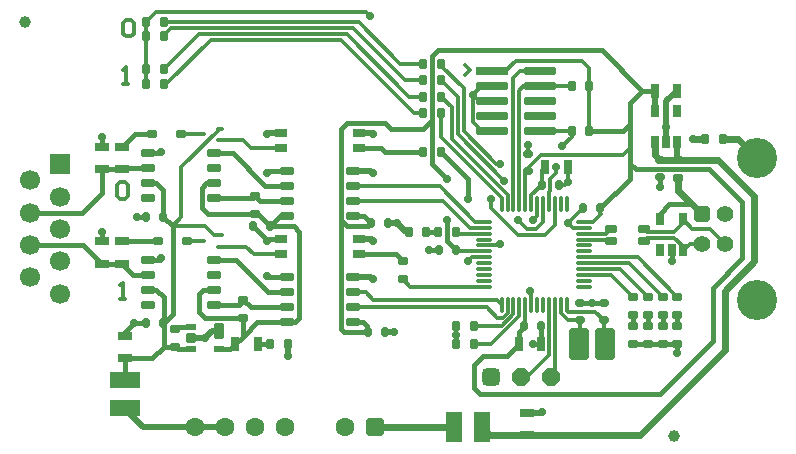
<source format=gtl>
G04*
G04 #@! TF.GenerationSoftware,Altium Limited,Altium Designer,22.6.1 (34)*
G04*
G04 Layer_Physical_Order=1*
G04 Layer_Color=255*
%FSLAX25Y25*%
%MOIN*%
G70*
G04*
G04 #@! TF.SameCoordinates,9ADE90FA-7DC8-4C6E-95E8-500F00D2387A*
G04*
G04*
G04 #@! TF.FilePolarity,Positive*
G04*
G01*
G75*
G04:AMPARAMS|DCode=10|XSize=31.5mil|YSize=25.59mil|CornerRadius=6.4mil|HoleSize=0mil|Usage=FLASHONLY|Rotation=270.000|XOffset=0mil|YOffset=0mil|HoleType=Round|Shape=RoundedRectangle|*
%AMROUNDEDRECTD10*
21,1,0.03150,0.01280,0,0,270.0*
21,1,0.01870,0.02559,0,0,270.0*
1,1,0.01280,-0.00640,-0.00935*
1,1,0.01280,-0.00640,0.00935*
1,1,0.01280,0.00640,0.00935*
1,1,0.01280,0.00640,-0.00935*
%
%ADD10ROUNDEDRECTD10*%
G04:AMPARAMS|DCode=11|XSize=23.62mil|YSize=47.24mil|CornerRadius=3.54mil|HoleSize=0mil|Usage=FLASHONLY|Rotation=270.000|XOffset=0mil|YOffset=0mil|HoleType=Round|Shape=RoundedRectangle|*
%AMROUNDEDRECTD11*
21,1,0.02362,0.04016,0,0,270.0*
21,1,0.01654,0.04724,0,0,270.0*
1,1,0.00709,-0.02008,-0.00827*
1,1,0.00709,-0.02008,0.00827*
1,1,0.00709,0.02008,0.00827*
1,1,0.00709,0.02008,-0.00827*
%
%ADD11ROUNDEDRECTD11*%
G04:AMPARAMS|DCode=12|XSize=11.81mil|YSize=51.18mil|CornerRadius=1.77mil|HoleSize=0mil|Usage=FLASHONLY|Rotation=0.000|XOffset=0mil|YOffset=0mil|HoleType=Round|Shape=RoundedRectangle|*
%AMROUNDEDRECTD12*
21,1,0.01181,0.04764,0,0,0.0*
21,1,0.00827,0.05118,0,0,0.0*
1,1,0.00354,0.00413,-0.02382*
1,1,0.00354,-0.00413,-0.02382*
1,1,0.00354,-0.00413,0.02382*
1,1,0.00354,0.00413,0.02382*
%
%ADD12ROUNDEDRECTD12*%
G04:AMPARAMS|DCode=13|XSize=11.81mil|YSize=51.18mil|CornerRadius=1.77mil|HoleSize=0mil|Usage=FLASHONLY|Rotation=90.000|XOffset=0mil|YOffset=0mil|HoleType=Round|Shape=RoundedRectangle|*
%AMROUNDEDRECTD13*
21,1,0.01181,0.04764,0,0,90.0*
21,1,0.00827,0.05118,0,0,90.0*
1,1,0.00354,0.02382,0.00413*
1,1,0.00354,0.02382,-0.00413*
1,1,0.00354,-0.02382,-0.00413*
1,1,0.00354,-0.02382,0.00413*
%
%ADD13ROUNDEDRECTD13*%
G04:AMPARAMS|DCode=14|XSize=31.5mil|YSize=25.59mil|CornerRadius=6.4mil|HoleSize=0mil|Usage=FLASHONLY|Rotation=180.000|XOffset=0mil|YOffset=0mil|HoleType=Round|Shape=RoundedRectangle|*
%AMROUNDEDRECTD14*
21,1,0.03150,0.01280,0,0,180.0*
21,1,0.01870,0.02559,0,0,180.0*
1,1,0.01280,-0.00935,0.00640*
1,1,0.01280,0.00935,0.00640*
1,1,0.01280,0.00935,-0.00640*
1,1,0.01280,-0.00935,-0.00640*
%
%ADD14ROUNDEDRECTD14*%
G04:AMPARAMS|DCode=15|XSize=27.56mil|YSize=43.31mil|CornerRadius=4.13mil|HoleSize=0mil|Usage=FLASHONLY|Rotation=270.000|XOffset=0mil|YOffset=0mil|HoleType=Round|Shape=RoundedRectangle|*
%AMROUNDEDRECTD15*
21,1,0.02756,0.03504,0,0,270.0*
21,1,0.01929,0.04331,0,0,270.0*
1,1,0.00827,-0.01752,-0.00965*
1,1,0.00827,-0.01752,0.00965*
1,1,0.00827,0.01752,0.00965*
1,1,0.00827,0.01752,-0.00965*
%
%ADD15ROUNDEDRECTD15*%
G04:AMPARAMS|DCode=16|XSize=106.3mil|YSize=66.93mil|CornerRadius=6.69mil|HoleSize=0mil|Usage=FLASHONLY|Rotation=270.000|XOffset=0mil|YOffset=0mil|HoleType=Round|Shape=RoundedRectangle|*
%AMROUNDEDRECTD16*
21,1,0.10630,0.05354,0,0,270.0*
21,1,0.09291,0.06693,0,0,270.0*
1,1,0.01339,-0.02677,-0.04646*
1,1,0.01339,-0.02677,0.04646*
1,1,0.01339,0.02677,0.04646*
1,1,0.01339,0.02677,-0.04646*
%
%ADD16ROUNDEDRECTD16*%
G04:AMPARAMS|DCode=17|XSize=33.47mil|YSize=23.62mil|CornerRadius=2.36mil|HoleSize=0mil|Usage=FLASHONLY|Rotation=180.000|XOffset=0mil|YOffset=0mil|HoleType=Round|Shape=RoundedRectangle|*
%AMROUNDEDRECTD17*
21,1,0.03347,0.01890,0,0,180.0*
21,1,0.02874,0.02362,0,0,180.0*
1,1,0.00472,-0.01437,0.00945*
1,1,0.00472,0.01437,0.00945*
1,1,0.00472,0.01437,-0.00945*
1,1,0.00472,-0.01437,-0.00945*
%
%ADD17ROUNDEDRECTD17*%
G04:AMPARAMS|DCode=18|XSize=23.62mil|YSize=31.5mil|CornerRadius=3.54mil|HoleSize=0mil|Usage=FLASHONLY|Rotation=90.000|XOffset=0mil|YOffset=0mil|HoleType=Round|Shape=RoundedRectangle|*
%AMROUNDEDRECTD18*
21,1,0.02362,0.02441,0,0,90.0*
21,1,0.01654,0.03150,0,0,90.0*
1,1,0.00709,0.01221,0.00827*
1,1,0.00709,0.01221,-0.00827*
1,1,0.00709,-0.01221,-0.00827*
1,1,0.00709,-0.01221,0.00827*
%
%ADD18ROUNDEDRECTD18*%
G04:AMPARAMS|DCode=19|XSize=33.47mil|YSize=23.62mil|CornerRadius=2.36mil|HoleSize=0mil|Usage=FLASHONLY|Rotation=90.000|XOffset=0mil|YOffset=0mil|HoleType=Round|Shape=RoundedRectangle|*
%AMROUNDEDRECTD19*
21,1,0.03347,0.01890,0,0,90.0*
21,1,0.02874,0.02362,0,0,90.0*
1,1,0.00472,0.00945,0.01437*
1,1,0.00472,0.00945,-0.01437*
1,1,0.00472,-0.00945,-0.01437*
1,1,0.00472,-0.00945,0.01437*
%
%ADD19ROUNDEDRECTD19*%
G04:AMPARAMS|DCode=20|XSize=55.12mil|YSize=35.43mil|CornerRadius=5.32mil|HoleSize=0mil|Usage=FLASHONLY|Rotation=90.000|XOffset=0mil|YOffset=0mil|HoleType=Round|Shape=RoundedRectangle|*
%AMROUNDEDRECTD20*
21,1,0.05512,0.02480,0,0,90.0*
21,1,0.04449,0.03543,0,0,90.0*
1,1,0.01063,0.01240,0.02224*
1,1,0.01063,0.01240,-0.02224*
1,1,0.01063,-0.01240,-0.02224*
1,1,0.01063,-0.01240,0.02224*
%
%ADD20ROUNDEDRECTD20*%
G04:AMPARAMS|DCode=21|XSize=19.68mil|YSize=35.43mil|CornerRadius=2.95mil|HoleSize=0mil|Usage=FLASHONLY|Rotation=90.000|XOffset=0mil|YOffset=0mil|HoleType=Round|Shape=RoundedRectangle|*
%AMROUNDEDRECTD21*
21,1,0.01968,0.02953,0,0,90.0*
21,1,0.01378,0.03543,0,0,90.0*
1,1,0.00591,0.01476,0.00689*
1,1,0.00591,0.01476,-0.00689*
1,1,0.00591,-0.01476,-0.00689*
1,1,0.00591,-0.01476,0.00689*
%
%ADD21ROUNDEDRECTD21*%
G04:AMPARAMS|DCode=22|XSize=31.5mil|YSize=35.43mil|CornerRadius=4.72mil|HoleSize=0mil|Usage=FLASHONLY|Rotation=90.000|XOffset=0mil|YOffset=0mil|HoleType=Round|Shape=RoundedRectangle|*
%AMROUNDEDRECTD22*
21,1,0.03150,0.02598,0,0,90.0*
21,1,0.02205,0.03543,0,0,90.0*
1,1,0.00945,0.01299,0.01102*
1,1,0.00945,0.01299,-0.01102*
1,1,0.00945,-0.01299,-0.01102*
1,1,0.00945,-0.01299,0.01102*
%
%ADD22ROUNDEDRECTD22*%
G04:AMPARAMS|DCode=23|XSize=49.21mil|YSize=27.56mil|CornerRadius=2.76mil|HoleSize=0mil|Usage=FLASHONLY|Rotation=270.000|XOffset=0mil|YOffset=0mil|HoleType=Round|Shape=RoundedRectangle|*
%AMROUNDEDRECTD23*
21,1,0.04921,0.02205,0,0,270.0*
21,1,0.04370,0.02756,0,0,270.0*
1,1,0.00551,-0.01102,-0.02185*
1,1,0.00551,-0.01102,0.02185*
1,1,0.00551,0.01102,0.02185*
1,1,0.00551,0.01102,-0.02185*
%
%ADD23ROUNDEDRECTD23*%
G04:AMPARAMS|DCode=24|XSize=13.78mil|YSize=23.62mil|CornerRadius=2.07mil|HoleSize=0mil|Usage=FLASHONLY|Rotation=270.000|XOffset=0mil|YOffset=0mil|HoleType=Round|Shape=RoundedRectangle|*
%AMROUNDEDRECTD24*
21,1,0.01378,0.01949,0,0,270.0*
21,1,0.00965,0.02362,0,0,270.0*
1,1,0.00413,-0.00974,-0.00482*
1,1,0.00413,-0.00974,0.00482*
1,1,0.00413,0.00974,0.00482*
1,1,0.00413,0.00974,-0.00482*
%
%ADD24ROUNDEDRECTD24*%
G04:AMPARAMS|DCode=25|XSize=49.21mil|YSize=27.56mil|CornerRadius=2.76mil|HoleSize=0mil|Usage=FLASHONLY|Rotation=0.000|XOffset=0mil|YOffset=0mil|HoleType=Round|Shape=RoundedRectangle|*
%AMROUNDEDRECTD25*
21,1,0.04921,0.02205,0,0,0.0*
21,1,0.04370,0.02756,0,0,0.0*
1,1,0.00551,0.02185,-0.01102*
1,1,0.00551,-0.02185,-0.01102*
1,1,0.00551,-0.02185,0.01102*
1,1,0.00551,0.02185,0.01102*
%
%ADD25ROUNDEDRECTD25*%
%ADD26R,0.00787X0.00787*%
%ADD27C,0.03937*%
G04:AMPARAMS|DCode=28|XSize=23.62mil|YSize=43.31mil|CornerRadius=2.36mil|HoleSize=0mil|Usage=FLASHONLY|Rotation=180.000|XOffset=0mil|YOffset=0mil|HoleType=Round|Shape=RoundedRectangle|*
%AMROUNDEDRECTD28*
21,1,0.02362,0.03858,0,0,180.0*
21,1,0.01890,0.04331,0,0,180.0*
1,1,0.00472,-0.00945,0.01929*
1,1,0.00472,0.00945,0.01929*
1,1,0.00472,0.00945,-0.01929*
1,1,0.00472,-0.00945,-0.01929*
%
%ADD28ROUNDEDRECTD28*%
G04:AMPARAMS|DCode=29|XSize=43.31mil|YSize=23.62mil|CornerRadius=3.54mil|HoleSize=0mil|Usage=FLASHONLY|Rotation=180.000|XOffset=0mil|YOffset=0mil|HoleType=Round|Shape=RoundedRectangle|*
%AMROUNDEDRECTD29*
21,1,0.04331,0.01654,0,0,180.0*
21,1,0.03622,0.02362,0,0,180.0*
1,1,0.00709,-0.01811,0.00827*
1,1,0.00709,0.01811,0.00827*
1,1,0.00709,0.01811,-0.00827*
1,1,0.00709,-0.01811,-0.00827*
%
%ADD29ROUNDEDRECTD29*%
G04:AMPARAMS|DCode=30|XSize=55.12mil|YSize=102.36mil|CornerRadius=8.27mil|HoleSize=0mil|Usage=FLASHONLY|Rotation=180.000|XOffset=0mil|YOffset=0mil|HoleType=Round|Shape=RoundedRectangle|*
%AMROUNDEDRECTD30*
21,1,0.05512,0.08583,0,0,180.0*
21,1,0.03858,0.10236,0,0,180.0*
1,1,0.01654,-0.01929,0.04291*
1,1,0.01654,0.01929,0.04291*
1,1,0.01654,0.01929,-0.04291*
1,1,0.01654,-0.01929,-0.04291*
%
%ADD30ROUNDEDRECTD30*%
G04:AMPARAMS|DCode=31|XSize=55.12mil|YSize=102.36mil|CornerRadius=8.27mil|HoleSize=0mil|Usage=FLASHONLY|Rotation=90.000|XOffset=0mil|YOffset=0mil|HoleType=Round|Shape=RoundedRectangle|*
%AMROUNDEDRECTD31*
21,1,0.05512,0.08583,0,0,90.0*
21,1,0.03858,0.10236,0,0,90.0*
1,1,0.01654,0.04291,0.01929*
1,1,0.01654,0.04291,-0.01929*
1,1,0.01654,-0.04291,-0.01929*
1,1,0.01654,-0.04291,0.01929*
%
%ADD31ROUNDEDRECTD31*%
%ADD32R,0.10630X0.02756*%
G04:AMPARAMS|DCode=33|XSize=27.56mil|YSize=106.3mil|CornerRadius=4.13mil|HoleSize=0mil|Usage=FLASHONLY|Rotation=270.000|XOffset=0mil|YOffset=0mil|HoleType=Round|Shape=RoundedRectangle|*
%AMROUNDEDRECTD33*
21,1,0.02756,0.09803,0,0,270.0*
21,1,0.01929,0.10630,0,0,270.0*
1,1,0.00827,-0.04902,-0.00965*
1,1,0.00827,-0.04902,0.00965*
1,1,0.00827,0.04902,0.00965*
1,1,0.00827,0.04902,-0.00965*
%
%ADD33ROUNDEDRECTD33*%
%ADD34C,0.01181*%
%ADD72C,0.01575*%
%ADD73C,0.01968*%
%ADD74C,0.02362*%
%ADD75C,0.06299*%
G04:AMPARAMS|DCode=76|XSize=62.99mil|YSize=62.99mil|CornerRadius=15.75mil|HoleSize=0mil|Usage=FLASHONLY|Rotation=0.000|XOffset=0mil|YOffset=0mil|HoleType=Round|Shape=RoundedRectangle|*
%AMROUNDEDRECTD76*
21,1,0.06299,0.03150,0,0,0.0*
21,1,0.03150,0.06299,0,0,0.0*
1,1,0.03150,0.01575,-0.01575*
1,1,0.03150,-0.01575,-0.01575*
1,1,0.03150,-0.01575,0.01575*
1,1,0.03150,0.01575,0.01575*
%
%ADD76ROUNDEDRECTD76*%
%ADD77P,0.06392X8X22.5*%
G04:AMPARAMS|DCode=78|XSize=59.06mil|YSize=59.06mil|CornerRadius=14.76mil|HoleSize=0mil|Usage=FLASHONLY|Rotation=0.000|XOffset=0mil|YOffset=0mil|HoleType=Round|Shape=RoundedRectangle|*
%AMROUNDEDRECTD78*
21,1,0.05906,0.02953,0,0,0.0*
21,1,0.02953,0.05906,0,0,0.0*
1,1,0.02953,0.01476,-0.01476*
1,1,0.02953,-0.01476,-0.01476*
1,1,0.02953,-0.01476,0.01476*
1,1,0.02953,0.01476,0.01476*
%
%ADD78ROUNDEDRECTD78*%
%ADD79C,0.06693*%
%ADD80R,0.06693X0.06693*%
%ADD81C,0.13386*%
%ADD82C,0.05512*%
G04:AMPARAMS|DCode=83|XSize=55.12mil|YSize=55.12mil|CornerRadius=13.78mil|HoleSize=0mil|Usage=FLASHONLY|Rotation=90.000|XOffset=0mil|YOffset=0mil|HoleType=Round|Shape=RoundedRectangle|*
%AMROUNDEDRECTD83*
21,1,0.05512,0.02756,0,0,90.0*
21,1,0.02756,0.05512,0,0,90.0*
1,1,0.02756,0.01378,0.01378*
1,1,0.02756,0.01378,-0.01378*
1,1,0.02756,-0.01378,-0.01378*
1,1,0.02756,-0.01378,0.01378*
%
%ADD83ROUNDEDRECTD83*%
%ADD84C,0.02756*%
D10*
X136713Y78740D02*
D03*
X131004D02*
D03*
X91634Y77756D02*
D03*
X97342D02*
D03*
X135728Y42323D02*
D03*
X130020D02*
D03*
X187894Y44291D02*
D03*
X182185D02*
D03*
X193799Y91535D02*
D03*
X188091D02*
D03*
X153642Y69882D02*
D03*
X159350D02*
D03*
X56201Y80709D02*
D03*
X61909D02*
D03*
X56201Y45276D02*
D03*
X61910D02*
D03*
X207579Y83661D02*
D03*
X201870D02*
D03*
D11*
X56890Y66555D02*
D03*
Y61555D02*
D03*
Y56555D02*
D03*
Y51555D02*
D03*
X78937Y66555D02*
D03*
Y61555D02*
D03*
Y56555D02*
D03*
Y51555D02*
D03*
X103150Y96083D02*
D03*
Y91083D02*
D03*
Y86083D02*
D03*
Y81083D02*
D03*
X125197Y96083D02*
D03*
Y91083D02*
D03*
Y86083D02*
D03*
Y81083D02*
D03*
X78937Y86988D02*
D03*
Y91988D02*
D03*
Y96988D02*
D03*
Y101988D02*
D03*
X56890Y86988D02*
D03*
Y91988D02*
D03*
Y96988D02*
D03*
Y101988D02*
D03*
X103150Y60650D02*
D03*
Y55650D02*
D03*
Y50650D02*
D03*
Y45650D02*
D03*
X125197Y60650D02*
D03*
Y55650D02*
D03*
Y50650D02*
D03*
Y45650D02*
D03*
D12*
X174669Y85043D02*
D03*
X176638D02*
D03*
X178606D02*
D03*
X180575D02*
D03*
X182543D02*
D03*
X184512D02*
D03*
X186480D02*
D03*
X188449D02*
D03*
X190417D02*
D03*
X192386D02*
D03*
X194354D02*
D03*
X196323D02*
D03*
Y51579D02*
D03*
X194354D02*
D03*
X192386D02*
D03*
X190417D02*
D03*
X188449D02*
D03*
X186480D02*
D03*
X184512D02*
D03*
X182543D02*
D03*
X180575D02*
D03*
X178606D02*
D03*
X176638D02*
D03*
X174669D02*
D03*
D13*
X202228Y79138D02*
D03*
Y77169D02*
D03*
Y75201D02*
D03*
Y73232D02*
D03*
Y71264D02*
D03*
Y69295D02*
D03*
Y67327D02*
D03*
Y65358D02*
D03*
Y63390D02*
D03*
Y61421D02*
D03*
Y59453D02*
D03*
Y57484D02*
D03*
X168764D02*
D03*
Y59453D02*
D03*
Y61421D02*
D03*
Y63390D02*
D03*
Y65358D02*
D03*
Y67327D02*
D03*
Y69295D02*
D03*
Y71264D02*
D03*
Y73232D02*
D03*
Y75201D02*
D03*
Y77169D02*
D03*
Y79138D02*
D03*
D14*
X208661Y46358D02*
D03*
Y52067D02*
D03*
X200787Y46358D02*
D03*
Y52067D02*
D03*
X183496Y95957D02*
D03*
Y101665D02*
D03*
X227496Y93957D02*
D03*
Y99665D02*
D03*
D15*
X127165Y68366D02*
D03*
Y73366D02*
D03*
X101181Y68366D02*
D03*
Y73366D02*
D03*
Y108799D02*
D03*
Y103799D02*
D03*
X127165Y108799D02*
D03*
Y103799D02*
D03*
D16*
X200394Y38386D02*
D03*
X209055D02*
D03*
D17*
X88583Y47244D02*
D03*
Y53150D02*
D03*
X65945Y43307D02*
D03*
Y37402D02*
D03*
X92520Y81693D02*
D03*
Y87598D02*
D03*
X141732Y60039D02*
D03*
Y65945D02*
D03*
X218504Y44291D02*
D03*
Y38386D02*
D03*
X223425D02*
D03*
Y44291D02*
D03*
X228346D02*
D03*
Y38386D02*
D03*
X233268D02*
D03*
Y44291D02*
D03*
Y54134D02*
D03*
Y48228D02*
D03*
X228346Y54134D02*
D03*
Y48228D02*
D03*
X223425Y54134D02*
D03*
Y48228D02*
D03*
X218504Y54134D02*
D03*
Y48228D02*
D03*
X233496Y99764D02*
D03*
Y93858D02*
D03*
D18*
X69685Y72835D02*
D03*
X60236D02*
D03*
X67716Y108268D02*
D03*
X58268D02*
D03*
D19*
X242543Y106811D02*
D03*
X248449D02*
D03*
X203949Y109311D02*
D03*
X198043D02*
D03*
X203949Y124311D02*
D03*
X198043D02*
D03*
X97441Y38386D02*
D03*
X103347D02*
D03*
X154528Y102362D02*
D03*
X148622D02*
D03*
X143701Y75787D02*
D03*
X149606D02*
D03*
X154449Y131811D02*
D03*
X148543D02*
D03*
Y126311D02*
D03*
X154449D02*
D03*
Y120811D02*
D03*
X148543D02*
D03*
Y115311D02*
D03*
X154449D02*
D03*
X159449Y38386D02*
D03*
X165354D02*
D03*
Y44291D02*
D03*
X159449D02*
D03*
X62008Y125197D02*
D03*
X56102D02*
D03*
X62008Y129921D02*
D03*
X56102D02*
D03*
X62008Y140945D02*
D03*
X56102D02*
D03*
X62008Y145669D02*
D03*
X56102D02*
D03*
X159449Y75787D02*
D03*
X153543D02*
D03*
D20*
X80512Y42717D02*
D03*
D21*
Y36614D02*
D03*
X71063D02*
D03*
Y44094D02*
D03*
D22*
Y40354D02*
D03*
D23*
X85827Y38386D02*
D03*
X93307D02*
D03*
X189173Y97441D02*
D03*
X196653D02*
D03*
X180315Y38386D02*
D03*
X187795D02*
D03*
X233236Y122811D02*
D03*
X225756D02*
D03*
D24*
X74803Y108268D02*
D03*
X80709Y110236D02*
D03*
Y106299D02*
D03*
X74803Y72835D02*
D03*
X80709Y74803D02*
D03*
Y70866D02*
D03*
D25*
X41339Y104134D02*
D03*
Y96653D02*
D03*
X49213Y33661D02*
D03*
Y41142D02*
D03*
X183071Y15551D02*
D03*
Y8071D02*
D03*
X41339Y65158D02*
D03*
Y72638D02*
D03*
X48228Y104134D02*
D03*
Y96653D02*
D03*
Y72638D02*
D03*
Y65158D02*
D03*
D26*
X15748Y145669D02*
D03*
X232283Y7874D02*
D03*
D27*
X15748Y145669D02*
D03*
X232283Y7874D02*
D03*
D28*
X227559Y79921D02*
D03*
X235039D02*
D03*
Y69685D02*
D03*
X231299D02*
D03*
X227559D02*
D03*
X225756Y105693D02*
D03*
X229496D02*
D03*
X233236D02*
D03*
Y115929D02*
D03*
X225756D02*
D03*
D29*
X211024Y76772D02*
D03*
X222047D02*
D03*
Y72835D02*
D03*
X211024D02*
D03*
D30*
X168110Y10827D02*
D03*
X158661D02*
D03*
D31*
X49213Y16929D02*
D03*
Y26378D02*
D03*
D32*
X171622Y129271D02*
D03*
D33*
X187370D02*
D03*
X171622Y124271D02*
D03*
X187370D02*
D03*
X171622Y119271D02*
D03*
Y114271D02*
D03*
Y109271D02*
D03*
X187370Y119271D02*
D03*
Y114271D02*
D03*
Y109271D02*
D03*
D34*
X143953Y120811D02*
X148543D01*
X123031Y141732D02*
X143953Y120811D01*
X73819Y141732D02*
X123031D01*
X142390Y126311D02*
X148543D01*
X64380Y143701D02*
X125000D01*
X142390Y126311D01*
X62008Y145669D02*
X126969D01*
X140748Y131890D01*
X148543D01*
X77756Y139764D02*
X121063D01*
X63583Y125591D02*
X77756Y139764D01*
X121063D02*
X145516Y115311D01*
X62008Y129921D02*
X73819Y141732D01*
X62008Y141339D02*
X63475Y142806D01*
X63544D02*
X64380Y143641D01*
X63475Y142806D02*
X63544D01*
X64380Y143641D02*
Y143701D01*
X129527Y149016D02*
X130905Y147638D01*
X64567Y149016D02*
X129527D01*
X62008Y125591D02*
X63583D01*
X180118Y74803D02*
X188976D01*
X171260Y83661D02*
Y86614D01*
Y83661D02*
X180118Y74803D01*
X141732Y60039D02*
X144287Y57484D01*
X131890Y53150D02*
X173098D01*
X129390Y55650D02*
X131890Y53150D01*
X125197Y55650D02*
X129390D01*
X125197Y50650D02*
X169823D01*
X155059Y86083D02*
X163972Y77169D01*
X125197Y86083D02*
X155059D01*
X125197Y91083D02*
X153996D01*
X145516Y115311D02*
X148543D01*
X92067Y68366D02*
X101181D01*
X80709Y70866D02*
X89567D01*
X92067Y68366D01*
X88583Y106299D02*
X91083Y103799D01*
X101181D01*
X80709Y106299D02*
X88583D01*
X61910Y45276D02*
X62008Y45374D01*
X80709Y74803D02*
X80709Y74803D01*
X78740Y74803D02*
X80709D01*
X75886Y77658D02*
X78740Y74803D01*
X64961Y77658D02*
X75886D01*
X64961D02*
X67913Y80610D01*
X69685Y72835D02*
X74803D01*
X67913Y80610D02*
Y97441D01*
X80709Y110236D01*
X67716Y108268D02*
X74803D01*
X183496Y95957D02*
Y97125D01*
X165354Y38386D02*
X171260D01*
X165354Y44291D02*
X174630D01*
X220075Y67327D02*
X233268Y54134D01*
X202228Y67327D02*
X220075D01*
X217122Y65358D02*
X228346Y54134D01*
X202228Y65358D02*
X217122D01*
X214169Y63390D02*
X223425Y54134D01*
X202228Y63390D02*
X214169D01*
X211216Y61421D02*
X218504Y54134D01*
X202228Y61421D02*
X211216D01*
X196850Y49213D02*
X205807D01*
X208661Y46358D01*
Y38780D02*
Y46358D01*
Y38780D02*
X209055Y38386D01*
X196323Y49740D02*
X196850Y49213D01*
X196323Y49740D02*
Y51579D01*
X200787Y38780D02*
Y46358D01*
X200394Y38386D02*
X200787Y38780D01*
X196752Y46358D02*
X200787D01*
X194354Y48756D02*
X196752Y46358D01*
X194354Y48756D02*
Y51579D01*
X163972Y77169D02*
X168764D01*
X165941Y79138D02*
X168764D01*
X153996Y91083D02*
X165941Y79138D01*
X176638Y48818D02*
Y51579D01*
X174630Y44291D02*
X178606Y48267D01*
Y51579D01*
X171260Y38386D02*
X180575Y47701D01*
X173228Y47244D02*
X175064D01*
X180575Y47701D02*
Y51579D01*
X175064Y47244D02*
X176638Y48818D01*
X190417Y34905D02*
Y51579D01*
X181102Y27559D02*
X183071D01*
X190417Y34905D01*
X169823Y50650D02*
X173228Y47244D01*
X181841Y44931D02*
X182543Y45634D01*
X163386Y65945D02*
X164768Y67327D01*
X168764D01*
X159350Y69882D02*
X159937Y69295D01*
X168764D01*
X173626Y71264D02*
X174213Y71850D01*
X168764Y71264D02*
X173626D01*
X196881Y78735D02*
X201808Y83661D01*
X173098Y53150D02*
X174669Y51579D01*
X144287Y57484D02*
X168764D01*
X159449Y75787D02*
X160035Y75201D01*
X168764D01*
X184055Y56102D02*
X184512Y55646D01*
Y51579D02*
Y55646D01*
X191102Y27559D02*
X192386Y28842D01*
Y51579D01*
X182543Y45634D02*
Y51579D01*
X157996Y106811D02*
X176638Y88169D01*
X185039Y79724D02*
X186480Y81165D01*
X186024Y76772D02*
X188449Y79197D01*
X186480Y81165D02*
Y85043D01*
X188976Y74803D02*
X192386Y78213D01*
X180118Y79724D02*
X183071Y76772D01*
X186024D01*
X188449Y79197D02*
Y85043D01*
X159996Y108311D02*
X175492Y92815D01*
X161996Y109311D02*
X172882Y98425D01*
X174213D01*
X159996Y108311D02*
Y120811D01*
X178606Y94265D02*
Y126921D01*
X180956Y129271D01*
X174669Y85043D02*
Y87138D01*
X154496Y107311D02*
Y115311D01*
Y107311D02*
X174669Y87138D01*
X176638Y85043D02*
Y88169D01*
X157996Y106811D02*
Y117311D01*
X178606Y85043D02*
Y94265D01*
X196653Y92716D02*
X196850Y92520D01*
X196653Y92716D02*
Y97441D01*
X195866Y91535D02*
X196850Y92520D01*
X193799Y91535D02*
X195866D01*
X188091Y96358D02*
X189173Y97441D01*
X188091Y91535D02*
Y96358D01*
X184512Y87957D02*
X188091Y91535D01*
X184512Y85043D02*
Y87957D01*
X192386Y78213D02*
Y85043D01*
X196923Y78693D02*
Y78735D01*
Y78693D02*
X198446Y77169D01*
X194882Y104331D02*
X198043Y107492D01*
Y109311D01*
X192913Y95473D02*
Y97441D01*
X190945Y93504D02*
X192913Y95473D01*
X190945Y89567D02*
Y93504D01*
X190417Y89039D02*
X190945Y89567D01*
X190417Y85043D02*
Y89039D01*
X201808Y83661D02*
X201870D01*
X198446Y77169D02*
X202228D01*
X180575Y85043D02*
Y122890D01*
X181956Y124271D01*
X161996Y109311D02*
Y123811D01*
X183496Y97125D02*
X187749Y101378D01*
X182543Y95004D02*
X183496Y95957D01*
X182543Y85043D02*
Y95004D01*
X207579Y81791D02*
Y83661D01*
Y81791D02*
X207677Y81693D01*
X205122Y79138D02*
X207677Y81693D01*
X202228Y79138D02*
X205122D01*
X215063Y101378D02*
X217496Y103811D01*
X187749Y101378D02*
X215063D01*
X209458Y75206D02*
X211024Y76772D01*
X208573Y75206D02*
X209458D01*
X202228Y75201D02*
X208567D01*
X208573Y75206D01*
X210626Y73232D02*
X211024Y72835D01*
X202228Y73232D02*
X210626D01*
X223024Y73811D02*
X232291D01*
X235039Y69685D02*
Y71063D01*
X232291Y73811D02*
X235039Y71063D01*
X238189Y76772D02*
X244291D01*
X235039Y79921D02*
X238189Y76772D01*
X244291D02*
X249213Y71850D01*
X231972Y75787D02*
X235039Y78854D01*
Y79921D01*
X222047Y72835D02*
X223024Y73811D01*
X222047Y76772D02*
X223031Y75787D01*
X231972D01*
X187370Y124271D02*
X187410Y124311D01*
X198043D01*
X187370Y109271D02*
X187410Y109311D01*
X198043D01*
X203949D02*
Y124311D01*
Y130358D01*
X183496Y101665D02*
Y104811D01*
X56102Y141339D02*
Y145669D01*
Y125591D02*
Y129921D01*
Y141339D01*
X59449Y149016D02*
X64567D01*
X56102Y145669D02*
X59449Y149016D01*
X154575Y131232D02*
X161996Y123811D01*
X154449Y126311D02*
X154496D01*
X159996Y120811D01*
X154472Y120835D02*
X157996Y117311D01*
X164996Y121311D02*
X167956Y124271D01*
X171622D01*
X164996Y121311D02*
X167036Y119271D01*
X171622D01*
X164996Y112311D02*
X168036Y109271D01*
X171622D01*
X164996Y112311D02*
Y121311D01*
X181956Y124271D02*
X187370D01*
X180956Y129271D02*
X187370D01*
X201496Y132811D02*
X203949Y130358D01*
X179496Y132811D02*
X201496D01*
X175956Y129271D02*
X179496Y132811D01*
X171622Y129271D02*
X175956D01*
X235736Y70193D02*
X237394Y71850D01*
X241339D01*
X211842Y76638D02*
X211984Y76780D01*
X48425Y125197D02*
X50262D01*
X49343D01*
Y130707D01*
X48425Y129788D01*
Y145537D02*
X49343Y146455D01*
X51180D01*
X52099Y145537D01*
Y141863D01*
X51180Y140945D01*
X49343D01*
X48425Y141863D01*
Y145537D01*
X162598Y128150D02*
X164173Y129724D01*
X162598Y131298D01*
X47441Y53347D02*
X49278D01*
X48359D01*
Y58856D01*
X47441Y57938D01*
X46457Y91403D02*
X47375Y92321D01*
X49212D01*
X50130Y91403D01*
Y87729D01*
X49212Y86811D01*
X47375D01*
X46457Y87729D01*
Y91403D01*
D72*
X129921Y42421D02*
X130020Y42323D01*
X129921Y42421D02*
Y44291D01*
X128563Y45650D02*
X129921Y44291D01*
X125197Y45650D02*
X128563D01*
X139311Y68366D02*
X141732Y65945D01*
X127165Y68366D02*
X139311D01*
X134390Y103799D02*
X135827Y102362D01*
X127165Y103799D02*
X134390D01*
X151496Y134311D02*
X151496Y113189D01*
X151496Y98504D01*
X148543Y110236D02*
X151496Y113189D01*
X137795Y110236D02*
X148543D01*
X135827Y112205D02*
X137795Y110236D01*
X123031Y112205D02*
X135827D01*
X121063Y110236D02*
X123031Y112205D01*
X121063Y79724D02*
Y110236D01*
Y43307D02*
Y79724D01*
Y43307D02*
X122047Y42323D01*
X130020D01*
X128661Y81083D02*
X131004Y78740D01*
X125197Y81083D02*
X128661D01*
X130020Y77756D02*
X131004Y78740D01*
X121063Y79724D02*
X123031Y77756D01*
X130020D01*
X135827Y102362D02*
X148622D01*
X73819Y49213D02*
Y55118D01*
X75256Y56555D02*
X78937D01*
X73819Y55118D02*
X75256Y56555D01*
X73819Y49213D02*
X75787Y47244D01*
X78937Y66555D02*
X86004D01*
X96909Y55650D01*
X103150D01*
X88681Y41240D02*
X93090Y45650D01*
X85827Y38386D02*
X88681Y41240D01*
X88583Y41339D02*
X88681Y41240D01*
X88583Y41339D02*
Y47244D01*
X84055Y36614D02*
X85827Y38386D01*
X80512Y36614D02*
X84055D01*
X93090Y45650D02*
X103150D01*
X75787Y47244D02*
X88583D01*
X86988Y51555D02*
X88583Y53150D01*
X78937Y51555D02*
X86988D01*
X88583Y53150D02*
X91083Y50650D01*
X103150D01*
X96457Y61024D02*
X96831Y60650D01*
X103150D01*
X107283Y47244D02*
Y75787D01*
X105315Y77756D02*
X107283Y75787D01*
X97342Y77756D02*
X105315D01*
X105689Y45650D02*
X107283Y47244D01*
X103150Y45650D02*
X105689D01*
X96457Y72835D02*
Y72933D01*
X91634Y77756D02*
X96457Y72933D01*
Y72835D02*
X96988Y73366D01*
X101181D01*
X93405Y81693D02*
X97342Y77756D01*
X92520Y81693D02*
X93405D01*
X97342Y77756D02*
X100669Y81083D01*
X103150D01*
X74803Y83661D02*
Y90551D01*
X76240Y91988D01*
X78937D01*
X74803Y83661D02*
X76772Y81693D01*
X92520D01*
X91909Y86988D02*
X92520Y87598D01*
X78937Y86988D02*
X91909D01*
X92520Y87598D02*
X94035Y86083D01*
X103150D01*
X78937Y101988D02*
X85020D01*
X95925Y91083D01*
X103150D01*
X96457Y95472D02*
X97067Y96083D01*
X103150D01*
X93307Y38386D02*
X97441D01*
X65945Y43307D02*
X66732Y44094D01*
X71063D01*
X65945Y37402D02*
X66732Y36614D01*
X71063D01*
X49213Y41142D02*
Y42323D01*
X52165Y45276D01*
X61910D02*
X62008Y45177D01*
Y37402D02*
Y45177D01*
X49213Y26378D02*
Y33661D01*
X58268D02*
X62008Y37402D01*
X49213Y33661D02*
X58268D01*
X62008Y37402D02*
X65945D01*
X59587Y56555D02*
X62008Y54134D01*
X56890Y56555D02*
X59587D01*
X62008Y45374D02*
X64961Y48327D01*
X62008Y45374D02*
Y54134D01*
X51831Y61555D02*
X56890D01*
X64961Y48327D02*
Y77658D01*
X61909Y80709D02*
X64961Y77658D01*
X61909Y80709D02*
Y89665D01*
X56890Y91988D02*
X59587D01*
X61909Y89665D01*
X48228Y72638D02*
X48425Y72835D01*
X60236D01*
X17500Y71378D02*
X35118D01*
X41339Y65158D01*
Y88583D02*
Y96653D01*
X34921Y82165D02*
X41339Y88583D01*
X17500Y82165D02*
X34921D01*
X48228Y104134D02*
X52362Y108268D01*
X58268D01*
X200787Y52067D02*
X200886Y52165D01*
X204724D01*
X208563D02*
X208661Y52067D01*
X204724Y52165D02*
X208563D01*
X53150Y80709D02*
X56201D01*
X52165Y45276D02*
X56201D01*
X60650Y66555D02*
X61024Y66929D01*
X56890Y66555D02*
X60650D01*
X41339Y72638D02*
Y75787D01*
X48228Y65158D02*
X51831Y61555D01*
X41339Y65158D02*
X48228D01*
Y96653D02*
X48563Y96988D01*
X41339Y96653D02*
X48228D01*
X48563Y96988D02*
X56890D01*
X41339Y104134D02*
Y107283D01*
X60650Y101988D02*
X61024Y102362D01*
X56890Y101988D02*
X60650D01*
X159449Y38386D02*
X159449Y38386D01*
Y41339D01*
X180315Y42421D02*
X182185Y44291D01*
X176378Y34449D02*
X180315Y38386D01*
Y42421D01*
X187795Y44193D02*
X187894Y44291D01*
X187795Y38386D02*
Y44193D01*
X185039Y38386D02*
X187795D01*
X168307Y34449D02*
X176378D01*
X165354Y31496D02*
X168307Y34449D01*
X165354Y23622D02*
Y31496D01*
Y23622D02*
X167323Y21654D01*
X163386Y86614D02*
Y93504D01*
X154528Y102362D02*
X163386Y93504D01*
X156496Y72736D02*
Y79724D01*
Y72736D02*
X159350Y69882D01*
X150591D02*
X153642D01*
X219298Y96624D02*
X243928D01*
X151496Y98504D02*
X156496Y93504D01*
X218504Y44291D02*
Y48228D01*
X223425Y44291D02*
Y48228D01*
X228346Y44291D02*
Y48228D01*
X233268Y44291D02*
Y48228D01*
X218504Y38386D02*
X223425D01*
X228346D01*
X233268D01*
Y35433D02*
Y38386D01*
X149606Y75787D02*
X153543D01*
X227362Y21654D02*
X245079Y39370D01*
X167323Y21654D02*
X227362Y21654D01*
X227559Y79921D02*
Y81890D01*
X230592Y84923D01*
X231299Y65945D02*
Y69685D01*
X207579Y83661D02*
X217496Y93579D01*
Y98425D01*
X219298Y96624D01*
X243928D02*
X254921Y85630D01*
X245079Y39370D02*
Y57087D01*
X254921Y66929D01*
X217496Y98425D02*
Y103811D01*
X254921Y66929D02*
Y85630D01*
X227496Y90811D02*
Y93957D01*
X203949Y109311D02*
X214996D01*
X151496Y134311D02*
X153496Y136311D01*
X207996D01*
X225756Y122811D02*
X225953D01*
X221496D02*
X225756D01*
X217496Y103811D02*
Y111811D01*
Y118811D01*
X214996Y109311D02*
X217496Y111811D01*
X230592Y84923D02*
X238108D01*
X207996Y136311D02*
X221496Y122811D01*
X217496Y118811D02*
X221496Y122811D01*
D73*
X135728Y42323D02*
X138779D01*
X131280Y60650D02*
X131890Y60039D01*
X125197Y60650D02*
X131280D01*
X131358Y73366D02*
X131890Y72835D01*
X127165Y73366D02*
X131358D01*
X139764Y78740D02*
X142717Y75787D01*
X143701D01*
X136713Y78740D02*
X139764D01*
X225953Y116126D02*
Y122811D01*
X131280Y96083D02*
X131890Y95472D01*
X125197Y96083D02*
X131280D01*
X131358Y108799D02*
X131890Y108268D01*
X127165Y108799D02*
X131358D01*
X96457Y108268D02*
X96988Y108799D01*
X101181D01*
X103347Y34449D02*
Y38386D01*
X75787Y40354D02*
X78150Y42717D01*
X80512D01*
X71063Y40354D02*
X75787D01*
X49114Y16831D02*
X55118Y10827D01*
X72362D02*
X82362D01*
X55118D02*
X72362D01*
X187795Y15551D02*
X187992Y15748D01*
X183071Y15551D02*
X187795D01*
X229496Y110811D02*
Y119268D01*
X233039Y122811D01*
X225756Y115929D02*
X225953Y116126D01*
X229496Y105693D02*
Y110811D01*
X233236Y100024D02*
X233496Y99764D01*
X233236Y100024D02*
Y105693D01*
D74*
X158661Y10827D02*
X158661Y10827D01*
X132362Y10827D02*
X158661D01*
X170866Y8071D02*
X183071D01*
X168110Y10827D02*
X170866Y8071D01*
X183071D02*
X220669D01*
X249016Y36417D01*
Y56102D02*
X258858Y65945D01*
X249016Y36417D02*
Y56102D01*
X258858Y65945D02*
Y87598D01*
X246693Y99764D02*
X258858Y87598D01*
X225756Y101406D02*
Y105693D01*
Y101406D02*
X227496Y99665D01*
X233496Y99764D02*
X246693D01*
X227496Y99665D02*
X227594Y99764D01*
X233496D01*
X238108Y84923D02*
X241339Y81693D01*
X233496Y89535D02*
X238108Y84923D01*
X238496Y106811D02*
X242543D01*
X253425D02*
X259842Y100394D01*
X248449Y106811D02*
X253425D01*
X233496Y89535D02*
Y93858D01*
D75*
X122362Y10827D02*
D03*
X82362D02*
D03*
X102362D02*
D03*
X92362D02*
D03*
X72362D02*
D03*
D76*
X132362Y10827D02*
D03*
D77*
X191102Y27559D02*
D03*
X181102D02*
D03*
D78*
X171102D02*
D03*
D79*
X17500Y60590D02*
D03*
Y71378D02*
D03*
Y82165D02*
D03*
Y92953D02*
D03*
X27500Y55197D02*
D03*
Y65984D02*
D03*
Y76772D02*
D03*
Y87559D02*
D03*
D80*
Y98347D02*
D03*
D81*
X259842Y53150D02*
D03*
Y100394D02*
D03*
D82*
X249213Y71850D02*
D03*
Y81693D02*
D03*
X241339Y71850D02*
D03*
D83*
Y81693D02*
D03*
D84*
X138779Y42323D02*
D03*
X131890Y60039D02*
D03*
Y72835D02*
D03*
Y95472D02*
D03*
X96457Y61024D02*
D03*
X131890Y108268D02*
D03*
X75787Y40354D02*
D03*
X96457Y108268D02*
D03*
X159449Y41339D02*
D03*
X163386Y86614D02*
D03*
X156496Y93504D02*
D03*
X163386Y65945D02*
D03*
X156496Y79724D02*
D03*
X150591Y69882D02*
D03*
X139764Y78740D02*
D03*
X187992Y15748D02*
D03*
X171260Y86614D02*
D03*
X185039Y79724D02*
D03*
X180118D02*
D03*
X174213Y98425D02*
D03*
X175558Y92881D02*
D03*
X196850Y92520D02*
D03*
X196923Y78735D02*
D03*
X227496Y90811D02*
D03*
X194882Y104331D02*
D03*
X192913Y97441D02*
D03*
X233268Y35433D02*
D03*
X174213Y71850D02*
D03*
X96457Y72835D02*
D03*
X53150Y80709D02*
D03*
X61024Y66929D02*
D03*
Y102362D02*
D03*
X41339Y107283D02*
D03*
X96457Y95472D02*
D03*
X204724Y52165D02*
D03*
X184055Y56102D02*
D03*
X52165Y45276D02*
D03*
X130905Y147638D02*
D03*
X183496Y104811D02*
D03*
X164996Y121311D02*
D03*
X103347Y34449D02*
D03*
X41339Y75787D02*
D03*
X229496Y110811D02*
D03*
X238496Y106811D02*
D03*
X231299Y65945D02*
D03*
X185039Y38386D02*
D03*
M02*

</source>
